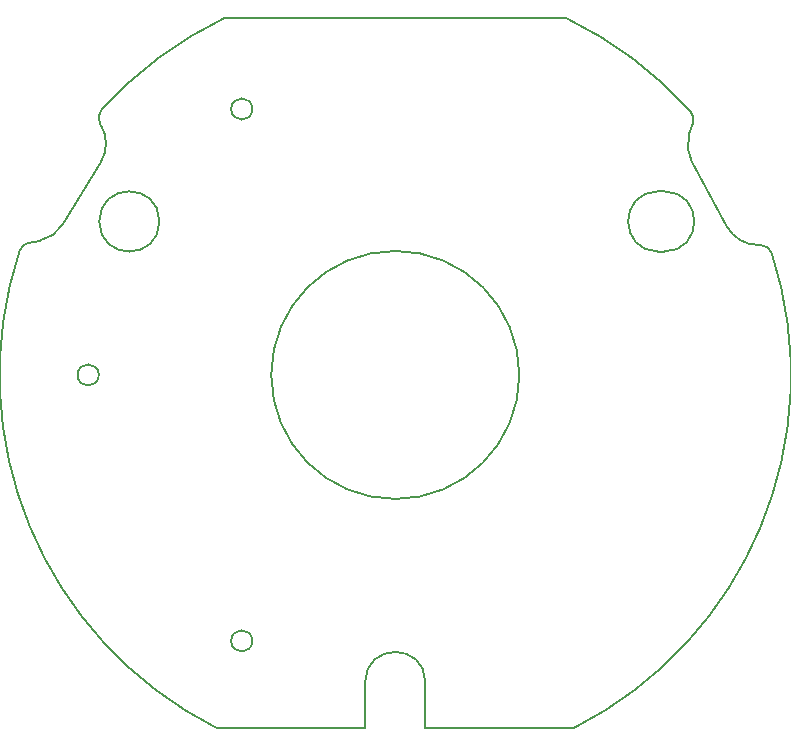
<source format=gm1>
G04*
G04 #@! TF.GenerationSoftware,Altium Limited,Altium Designer,19.1.5 (86)*
G04*
G04 Layer_Color=16711935*
%FSLAX25Y25*%
%MOIN*%
G70*
G01*
G75*
%ADD15C,0.00500*%
D15*
X-47638Y-88648D02*
G03*
X-47638Y-88648I-3543J0D01*
G01*
X-98819Y0D02*
G03*
X-98819Y0I-3543J0D01*
G01*
X-47638Y88648D02*
G03*
X-47638Y88648I-3543J0D01*
G01*
X-122279Y44030D02*
G03*
X-125220Y41410I796J-3856D01*
G01*
X125483Y40607D02*
G03*
X121737Y43332I-3746J-1212D01*
G01*
X99270Y83881D02*
G03*
X98473Y87739I-3737J1238D01*
G01*
X-97908Y88368D02*
G03*
X-98395Y83762I2923J-2638D01*
G01*
X-78609Y51181D02*
G03*
X-78609Y51181I-10039J0D01*
G01*
X89632Y41142D02*
G03*
X89632Y61221I0J10039D01*
G01*
X87664D02*
G03*
X87664Y41142I0J-10039D01*
G01*
X10039Y-102362D02*
G03*
X-10039Y-102362I-10039J0D01*
G01*
X98059Y80224D02*
G03*
X98906Y70847I11212J-3714D01*
G01*
X110580Y49480D02*
G03*
X120945Y43332I10365J5663D01*
G01*
X-118506Y44809D02*
G03*
X-110808Y50231I-2389J11567D01*
G01*
X-98141Y71025D02*
G03*
X-97999Y83075I-10087J6145D01*
G01*
X41339Y0D02*
G03*
X41339Y0I-41339J0D01*
G01*
X-125220Y41410D02*
G03*
X-59252Y-117831I125220J-41410D01*
G01*
X59252D02*
G03*
X125483Y40607I-59252J117831D01*
G01*
X98473Y87739D02*
G03*
X57081Y118898I-98473J-87739D01*
G01*
X-57081D02*
G03*
X-97908Y88368I57081J-118898D01*
G01*
X98906Y70847D02*
X110580Y49480D01*
X-59252Y-117831D02*
X-10039D01*
X10039D02*
X59252D01*
X98059Y80224D02*
X99270Y83881D01*
X10039Y-117831D02*
Y-102362D01*
X-10039Y-117831D02*
Y-102362D01*
X87664Y41142D02*
X89632D01*
X120945Y43332D02*
X121737D01*
X-98395Y83762D02*
X-97999Y83075D01*
X-122279Y44030D02*
X-118506Y44809D01*
X87664Y61221D02*
X89632D01*
X-110808Y50231D02*
X-98141Y71025D01*
X-57081Y118898D02*
X57081D01*
M02*

</source>
